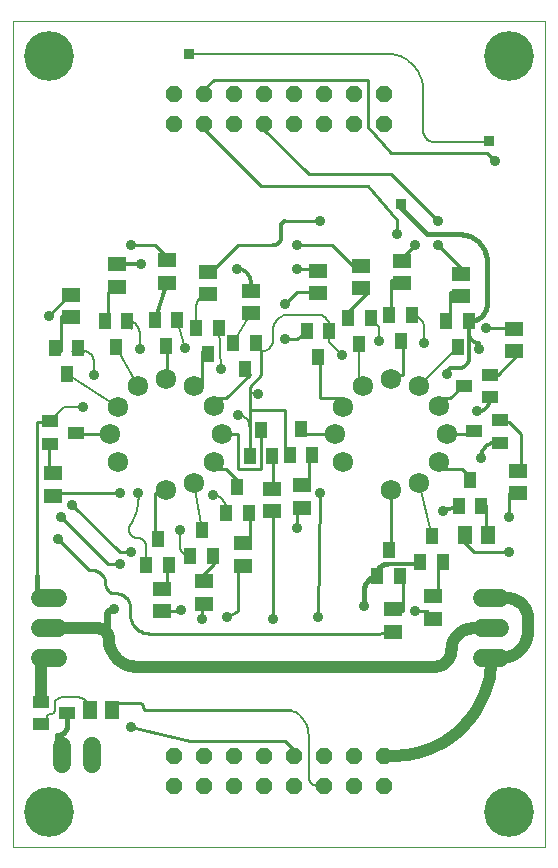
<source format=gbl>
G75*
G70*
%OFA0B0*%
%FSLAX24Y24*%
%IPPOS*%
%LPD*%
%AMOC8*
5,1,8,0,0,1.08239X$1,22.5*
%
%ADD10C,0.0000*%
%ADD11C,0.0679*%
%ADD12OC8,0.0560*%
%ADD13R,0.0551X0.0394*%
%ADD14R,0.0394X0.0551*%
%ADD15R,0.0630X0.0512*%
%ADD16R,0.0512X0.0630*%
%ADD17C,0.0600*%
%ADD18C,0.0100*%
%ADD19C,0.0079*%
%ADD20C,0.0120*%
%ADD21C,0.0360*%
%ADD22C,0.0356*%
%ADD23R,0.0356X0.0356*%
%ADD24C,0.0160*%
%ADD25C,0.1660*%
%ADD26C,0.0400*%
%ADD27C,0.0240*%
D10*
X000192Y000100D02*
X000192Y027659D01*
X017908Y027659D01*
X017908Y000100D01*
X000192Y000100D01*
D11*
X005294Y012004D03*
X006202Y012258D03*
X006889Y012954D03*
X007135Y013876D03*
X006881Y014798D03*
X006204Y015465D03*
X005286Y015720D03*
X004346Y015474D03*
X003679Y014790D03*
X003418Y013868D03*
X003668Y012946D03*
X010918Y013868D03*
X011168Y012946D03*
X011179Y014790D03*
X011846Y015474D03*
X012786Y015720D03*
X013704Y015465D03*
X014381Y014798D03*
X014635Y013876D03*
X014389Y012954D03*
X013702Y012258D03*
X012794Y012004D03*
D12*
X012534Y003151D03*
X012534Y002151D03*
X011534Y002151D03*
X011534Y003151D03*
X010534Y003151D03*
X010534Y002151D03*
X009534Y002151D03*
X009534Y003151D03*
X008534Y003151D03*
X008534Y002151D03*
X007534Y002151D03*
X007534Y003151D03*
X006534Y003151D03*
X006534Y002151D03*
X005534Y002151D03*
X005534Y003151D03*
X005534Y024222D03*
X005534Y025222D03*
X006534Y025222D03*
X006534Y024222D03*
X007534Y024222D03*
X007534Y025222D03*
X008534Y025222D03*
X008534Y024222D03*
X009534Y024222D03*
X009534Y025222D03*
X010534Y025222D03*
X010534Y024222D03*
X011534Y024222D03*
X011534Y025222D03*
X012534Y025222D03*
X012534Y024222D03*
D13*
X016070Y015848D03*
X016070Y015100D03*
X016424Y014340D03*
X016424Y013592D03*
X015558Y013966D03*
X015204Y015474D03*
X002267Y013927D03*
X001400Y014301D03*
X001400Y013553D03*
X001117Y004954D03*
X001117Y004206D03*
X001983Y004580D03*
D14*
X004625Y009498D03*
X004999Y010364D03*
X005373Y009498D03*
X006093Y009813D03*
X006467Y010679D03*
X006841Y009813D03*
X007286Y011230D03*
X007660Y012096D03*
X008034Y011230D03*
X008081Y013143D03*
X008456Y014009D03*
X008830Y013143D03*
X009404Y013191D03*
X009778Y014057D03*
X010152Y013191D03*
X010341Y016443D03*
X009967Y017309D03*
X010715Y017309D03*
X011357Y017742D03*
X011731Y016876D03*
X012105Y017742D03*
X012727Y017828D03*
X013101Y016962D03*
X013475Y017828D03*
X014629Y017631D03*
X015003Y016765D03*
X015377Y017631D03*
X015424Y012332D03*
X015050Y011466D03*
X015798Y011466D03*
X014507Y009608D03*
X014133Y010474D03*
X013759Y009608D03*
X013078Y009135D03*
X012330Y009135D03*
X012704Y010002D03*
X008274Y016899D03*
X007900Y016033D03*
X007526Y016899D03*
X007042Y017411D03*
X006668Y016545D03*
X006294Y017411D03*
X005652Y017687D03*
X005278Y016820D03*
X004904Y017687D03*
X003987Y017647D03*
X003613Y016781D03*
X003239Y017647D03*
X002341Y016734D03*
X001967Y015868D03*
X001593Y016734D03*
D15*
X002101Y017765D03*
X002101Y018513D03*
X003664Y018789D03*
X003664Y019537D03*
X005318Y019663D03*
X005318Y018915D03*
X006696Y019277D03*
X006696Y018529D03*
X008113Y018655D03*
X008113Y017907D03*
X010361Y018565D03*
X010361Y019313D03*
X011778Y019478D03*
X011778Y018730D03*
X013156Y018895D03*
X013156Y019643D03*
X015125Y019218D03*
X015125Y018470D03*
X016896Y017376D03*
X016896Y016628D03*
X017030Y012659D03*
X017030Y011911D03*
X014196Y008470D03*
X014196Y007722D03*
X012857Y008029D03*
X012857Y007281D03*
X009818Y011419D03*
X009818Y012167D03*
X008806Y012049D03*
X008806Y011301D03*
X007861Y010230D03*
X007861Y009482D03*
X006562Y008962D03*
X006562Y008214D03*
X005141Y007966D03*
X005141Y008714D03*
X001519Y011817D03*
X001519Y012565D03*
D16*
X002735Y004694D03*
X003483Y004694D03*
X015263Y010506D03*
X016011Y010506D03*
D17*
X015825Y008399D02*
X016425Y008399D01*
X016425Y007399D02*
X015825Y007399D01*
X015825Y006399D02*
X016425Y006399D01*
X002818Y003471D02*
X002818Y002871D01*
X001818Y002871D02*
X001818Y003471D01*
X001689Y006399D02*
X001089Y006399D01*
X001089Y007399D02*
X001689Y007399D01*
X001689Y008399D02*
X001089Y008399D01*
D18*
X000979Y009155D02*
X000979Y014273D01*
X001373Y014273D01*
X001400Y014301D01*
X001400Y013553D02*
X001373Y013486D01*
X001373Y012698D01*
X001519Y012565D01*
X001767Y011911D02*
X001519Y011817D01*
X001767Y011911D02*
X003735Y011911D01*
X004916Y011911D02*
X004916Y010336D01*
X004999Y010364D01*
X005310Y009549D02*
X005373Y009498D01*
X005310Y009549D02*
X005310Y008761D01*
X005141Y008714D01*
X005141Y007966D02*
X005735Y007966D01*
X005747Y007968D01*
X005759Y007972D01*
X005768Y007980D01*
X005776Y007990D01*
X005780Y008001D01*
X005782Y008013D01*
X006491Y007974D02*
X006491Y007698D01*
X006491Y007974D02*
X006562Y008214D01*
X006562Y008962D02*
X006491Y009155D01*
X006885Y009549D01*
X006841Y009813D01*
X007672Y009549D02*
X007861Y009482D01*
X007672Y009549D02*
X007672Y007974D01*
X007318Y007777D01*
X008853Y007698D02*
X008853Y011124D01*
X008806Y011301D01*
X008853Y011911D02*
X008806Y012049D01*
X008853Y011911D02*
X008853Y013092D01*
X008830Y013143D01*
X009247Y013092D02*
X009404Y013191D01*
X009247Y013092D02*
X009247Y014667D01*
X008066Y014667D01*
X008066Y013092D01*
X008081Y013143D01*
X008459Y012698D02*
X007672Y012698D01*
X007672Y013880D01*
X007278Y013880D01*
X007135Y013876D01*
X006889Y012954D02*
X006885Y012698D01*
X007278Y012698D01*
X007672Y012305D01*
X007660Y012096D01*
X008034Y011230D02*
X008066Y011124D01*
X008066Y010336D01*
X007861Y010230D01*
X009641Y010730D02*
X009641Y011517D01*
X009818Y011419D01*
X009818Y012167D02*
X010034Y012305D01*
X010034Y013092D01*
X010152Y013191D01*
X009641Y013880D02*
X009778Y014057D01*
X009641Y013880D02*
X010822Y013880D01*
X010918Y013868D01*
X011179Y014790D02*
X011215Y015061D01*
X010428Y015061D01*
X010428Y016242D01*
X010341Y016443D01*
X009641Y017029D02*
X010034Y017423D01*
X009967Y017309D01*
X009641Y017029D02*
X009247Y017029D01*
X008459Y016635D02*
X008459Y015848D01*
X008066Y015454D01*
X008066Y015257D01*
X008066Y014667D01*
X008456Y014009D02*
X008459Y013880D01*
X008459Y012698D01*
X006881Y014798D02*
X006885Y015061D01*
X007278Y015061D01*
X008066Y015848D01*
X007900Y016033D01*
X008459Y016635D02*
X008274Y016899D01*
X009247Y018210D02*
X009641Y018604D01*
X010428Y018604D01*
X010361Y018565D01*
X010361Y019313D02*
X010428Y019391D01*
X009641Y019391D01*
X009641Y020179D02*
X010822Y020179D01*
X011609Y019391D01*
X011778Y019478D01*
X011778Y018730D02*
X012003Y018604D01*
X011215Y017817D01*
X011357Y017742D01*
X012727Y017828D02*
X012790Y017817D01*
X012790Y018998D01*
X013184Y018998D01*
X013156Y018895D01*
X013156Y019643D02*
X013184Y019785D01*
X013578Y020179D01*
X012987Y020533D02*
X012987Y021006D01*
X012003Y022147D01*
X008459Y022147D01*
X006491Y024116D01*
X006534Y024222D01*
X006534Y025222D02*
X006491Y025297D01*
X006885Y025691D01*
X012003Y025691D01*
X012003Y024116D01*
X012790Y023250D01*
X015979Y023250D01*
X016255Y022974D01*
X014365Y020966D02*
X012790Y022541D01*
X010034Y022541D01*
X008459Y024116D01*
X008534Y024222D01*
X009247Y020966D02*
X010428Y020966D01*
X008853Y020179D02*
X007672Y020179D01*
X006885Y019391D01*
X006696Y019277D01*
X005318Y019663D02*
X005310Y019785D01*
X004916Y020179D01*
X004129Y020179D01*
X003664Y018789D02*
X003735Y018604D01*
X003341Y018604D01*
X003341Y017817D01*
X003239Y017647D01*
X003987Y017647D02*
X004129Y017423D01*
X005278Y016820D02*
X005310Y016635D01*
X005310Y015848D01*
X005286Y015720D01*
X006204Y015465D02*
X006491Y015454D01*
X006491Y016635D01*
X006668Y016545D01*
X005294Y012004D02*
X005310Y011911D01*
X004916Y011911D01*
X004129Y009943D02*
X003735Y009943D01*
X002160Y011517D01*
X001767Y011124D02*
X003341Y009549D01*
X003735Y009549D01*
X003263Y008880D02*
X003265Y008847D01*
X003270Y008815D01*
X003278Y008783D01*
X003290Y008752D01*
X003305Y008723D01*
X003323Y008695D01*
X003344Y008669D01*
X003367Y008646D01*
X003393Y008625D01*
X003421Y008607D01*
X003450Y008592D01*
X003481Y008580D01*
X003513Y008572D01*
X003545Y008567D01*
X003578Y008565D01*
X003617Y008565D01*
X003617Y008564D02*
X003658Y008562D01*
X003699Y008557D01*
X003739Y008548D01*
X003778Y008536D01*
X003816Y008520D01*
X003853Y008501D01*
X003888Y008479D01*
X003920Y008454D01*
X003951Y008426D01*
X003979Y008395D01*
X004004Y008363D01*
X004026Y008328D01*
X004045Y008291D01*
X004061Y008253D01*
X004073Y008214D01*
X004082Y008174D01*
X004087Y008133D01*
X004089Y008092D01*
X004089Y007856D01*
X004091Y007807D01*
X004097Y007757D01*
X004106Y007709D01*
X004120Y007661D01*
X004137Y007615D01*
X004158Y007570D01*
X004182Y007527D01*
X004209Y007486D01*
X004240Y007447D01*
X004274Y007411D01*
X004310Y007377D01*
X004349Y007346D01*
X004390Y007319D01*
X004433Y007295D01*
X004478Y007274D01*
X004524Y007257D01*
X004572Y007243D01*
X004620Y007234D01*
X004670Y007228D01*
X004719Y007226D01*
X012278Y007226D01*
X012857Y007281D01*
X012790Y007974D02*
X012857Y008029D01*
X012790Y007974D02*
X013184Y007974D01*
X013184Y009155D01*
X013078Y009135D01*
X012790Y009943D02*
X012704Y010002D01*
X012790Y009943D02*
X012790Y011911D01*
X012794Y012004D01*
X014365Y012698D02*
X014389Y012954D01*
X014365Y012698D02*
X015152Y012698D01*
X015546Y012305D01*
X015424Y012332D01*
X015798Y011466D02*
X015940Y011517D01*
X015940Y010730D01*
X016011Y010506D01*
X015546Y009943D02*
X016727Y009943D01*
X016727Y011124D02*
X016727Y011911D01*
X017030Y011911D01*
X017030Y012659D02*
X017121Y012698D01*
X017121Y013880D01*
X016727Y014273D01*
X016333Y014273D01*
X016424Y014340D01*
X015558Y013966D02*
X015546Y013880D01*
X014759Y013880D01*
X014635Y013876D01*
X014381Y014798D02*
X014365Y015061D01*
X014759Y015061D01*
X015152Y015454D01*
X015204Y015474D01*
X016070Y015848D02*
X016333Y015848D01*
X017121Y016635D01*
X016896Y016628D01*
X016896Y017376D02*
X016727Y017423D01*
X015940Y017423D01*
X015125Y018470D02*
X015152Y018604D01*
X014759Y018604D01*
X014759Y017817D01*
X014629Y017631D01*
X015125Y019218D02*
X015152Y019391D01*
X014365Y020179D01*
X013184Y017029D02*
X013101Y016962D01*
X013184Y017029D02*
X013184Y015848D01*
X012790Y015848D01*
X012786Y015720D01*
X010428Y011911D02*
X010349Y007777D01*
X009444Y004667D02*
X004641Y004667D01*
X004621Y004669D01*
X004601Y004674D01*
X004582Y004683D01*
X004565Y004695D01*
X004551Y004709D01*
X004539Y004726D01*
X004530Y004745D01*
X004525Y004765D01*
X004523Y004785D01*
X004522Y004785D02*
X004520Y004805D01*
X004515Y004825D01*
X004506Y004844D01*
X004494Y004861D01*
X004480Y004875D01*
X004463Y004887D01*
X004444Y004896D01*
X004424Y004901D01*
X004404Y004903D01*
X003617Y004903D01*
X003596Y004901D01*
X003576Y004896D01*
X003556Y004888D01*
X003538Y004877D01*
X003522Y004864D01*
X003509Y004848D01*
X003498Y004830D01*
X003490Y004810D01*
X003485Y004790D01*
X003483Y004769D01*
X003483Y004694D01*
X004129Y004116D02*
X006097Y003643D01*
X009247Y003643D01*
X009641Y003250D01*
X009534Y003151D01*
X013578Y007974D02*
X013971Y007974D01*
X014196Y007722D01*
X014365Y008368D02*
X014196Y008470D01*
X014365Y008368D02*
X014365Y009549D01*
X014507Y009608D01*
X015152Y010336D02*
X015263Y010506D01*
X015152Y010336D02*
X015546Y009943D01*
X003418Y013868D02*
X003341Y013880D01*
X002160Y013880D01*
X002267Y013927D01*
X002160Y016635D02*
X002341Y016734D01*
X002160Y016635D02*
X002554Y016635D01*
X001767Y016635D02*
X001593Y016734D01*
X001767Y016635D02*
X001767Y017817D01*
X002160Y017817D01*
X002101Y017765D01*
X002101Y018513D02*
X002160Y018604D01*
X001373Y017817D01*
X001688Y010376D02*
X002711Y009352D01*
X002790Y009352D01*
X002831Y009350D01*
X002872Y009345D01*
X002912Y009336D01*
X002951Y009324D01*
X002989Y009308D01*
X003026Y009289D01*
X003061Y009267D01*
X003093Y009242D01*
X003124Y009214D01*
X003152Y009183D01*
X003177Y009151D01*
X003199Y009116D01*
X003218Y009079D01*
X003234Y009041D01*
X003246Y009002D01*
X003255Y008962D01*
X003260Y008921D01*
X003262Y008880D01*
D19*
X004625Y010116D02*
X004623Y010149D01*
X004618Y010183D01*
X004608Y010215D01*
X004595Y010246D01*
X004579Y010275D01*
X004560Y010302D01*
X004537Y010327D01*
X004512Y010350D01*
X004485Y010369D01*
X004456Y010385D01*
X004425Y010398D01*
X004393Y010408D01*
X004359Y010413D01*
X004326Y010415D01*
X004294Y010417D01*
X004263Y010422D01*
X004233Y010431D01*
X004203Y010443D01*
X004176Y010459D01*
X004150Y010477D01*
X004126Y010498D01*
X004105Y010522D01*
X004087Y010548D01*
X004072Y010576D01*
X004060Y010605D01*
X004052Y010635D01*
X004047Y010667D01*
X004045Y010698D01*
X004047Y010730D01*
X004053Y010761D01*
X004062Y010791D01*
X004074Y010821D01*
X004090Y010848D01*
X004625Y010116D02*
X004625Y009498D01*
X005743Y010163D02*
X005743Y010691D01*
X005743Y010163D02*
X005745Y010126D01*
X005751Y010090D01*
X005760Y010055D01*
X005773Y010021D01*
X005790Y009988D01*
X005810Y009957D01*
X005833Y009929D01*
X005859Y009903D01*
X005887Y009880D01*
X005918Y009860D01*
X005951Y009843D01*
X005985Y009830D01*
X006020Y009821D01*
X006056Y009815D01*
X006093Y009813D01*
X006467Y010679D02*
X006202Y012258D01*
X006845Y011832D02*
X006886Y011830D01*
X006926Y011824D01*
X006966Y011815D01*
X007004Y011802D01*
X007042Y011786D01*
X007077Y011766D01*
X007111Y011743D01*
X007142Y011717D01*
X007171Y011688D01*
X007197Y011657D01*
X007220Y011623D01*
X007240Y011588D01*
X007256Y011550D01*
X007269Y011512D01*
X007278Y011472D01*
X007284Y011432D01*
X007286Y011391D01*
X007286Y011230D01*
X008066Y013092D02*
X008066Y014116D01*
X008064Y014155D01*
X008058Y014193D01*
X008049Y014230D01*
X008036Y014267D01*
X008019Y014302D01*
X008000Y014335D01*
X007977Y014366D01*
X007951Y014395D01*
X007922Y014421D01*
X007891Y014444D01*
X007858Y014463D01*
X007823Y014480D01*
X007786Y014493D01*
X007749Y014502D01*
X007711Y014508D01*
X007672Y014510D01*
X008066Y015257D02*
X008302Y015257D01*
X008312Y015256D01*
X008322Y015252D01*
X008330Y015246D01*
X008336Y015238D01*
X008340Y015228D01*
X008341Y015218D01*
X007121Y016045D02*
X007042Y017411D01*
X007526Y016899D02*
X008113Y017907D01*
X008853Y017029D02*
X008851Y016990D01*
X008845Y016952D01*
X008836Y016915D01*
X008823Y016878D01*
X008806Y016843D01*
X008787Y016810D01*
X008764Y016779D01*
X008738Y016750D01*
X008709Y016724D01*
X008678Y016701D01*
X008645Y016682D01*
X008610Y016665D01*
X008573Y016652D01*
X008536Y016643D01*
X008498Y016637D01*
X008459Y016635D01*
X008853Y017029D02*
X008853Y017344D01*
X008855Y017386D01*
X008860Y017428D01*
X008869Y017470D01*
X008881Y017510D01*
X008896Y017550D01*
X008915Y017588D01*
X008936Y017624D01*
X008961Y017658D01*
X008988Y017691D01*
X009018Y017721D01*
X009051Y017748D01*
X009085Y017773D01*
X009121Y017794D01*
X009159Y017813D01*
X009199Y017828D01*
X009239Y017840D01*
X009281Y017849D01*
X009323Y017854D01*
X009365Y017856D01*
X010349Y017856D01*
X010385Y017854D01*
X010420Y017849D01*
X010455Y017840D01*
X010489Y017828D01*
X010522Y017813D01*
X010552Y017794D01*
X010581Y017773D01*
X010608Y017749D01*
X010632Y017722D01*
X010653Y017693D01*
X010672Y017663D01*
X010687Y017630D01*
X010699Y017596D01*
X010708Y017561D01*
X010713Y017526D01*
X010715Y017490D01*
X010715Y017309D01*
X010715Y016939D01*
X011137Y016517D01*
X011731Y016876D02*
X011731Y015589D01*
X011733Y015569D01*
X011738Y015550D01*
X011746Y015532D01*
X011758Y015515D01*
X011772Y015501D01*
X011789Y015489D01*
X011807Y015481D01*
X011826Y015476D01*
X011846Y015474D01*
X012396Y016990D02*
X012396Y017450D01*
X012105Y017742D01*
X013475Y017828D02*
X013513Y017826D01*
X013552Y017821D01*
X013589Y017812D01*
X013626Y017800D01*
X013661Y017784D01*
X013695Y017766D01*
X013726Y017744D01*
X013756Y017719D01*
X013783Y017692D01*
X013808Y017662D01*
X013830Y017631D01*
X013848Y017597D01*
X013864Y017562D01*
X013876Y017525D01*
X013885Y017488D01*
X013890Y017449D01*
X013892Y017411D01*
X013893Y017411D02*
X013893Y016911D01*
X015003Y016765D02*
X013704Y015465D01*
X013702Y012258D02*
X014133Y010474D01*
X010034Y003840D02*
X010034Y002462D01*
X010036Y002429D01*
X010041Y002397D01*
X010049Y002366D01*
X010061Y002336D01*
X010076Y002307D01*
X010093Y002279D01*
X010114Y002254D01*
X010137Y002231D01*
X010162Y002210D01*
X010190Y002193D01*
X010219Y002178D01*
X010249Y002166D01*
X010280Y002158D01*
X010312Y002153D01*
X010345Y002151D01*
X010534Y002151D01*
X010034Y003840D02*
X010032Y003897D01*
X010027Y003954D01*
X010017Y004010D01*
X010004Y004066D01*
X009988Y004120D01*
X009968Y004174D01*
X009944Y004226D01*
X009917Y004276D01*
X009887Y004325D01*
X009854Y004371D01*
X009818Y004415D01*
X009779Y004457D01*
X009738Y004496D01*
X009694Y004532D01*
X009647Y004566D01*
X009599Y004596D01*
X009549Y004623D01*
X009497Y004647D01*
X009443Y004667D01*
X004090Y010848D02*
X004134Y010922D01*
X004176Y010997D01*
X004213Y011075D01*
X004246Y011154D01*
X004276Y011234D01*
X004302Y011316D01*
X004323Y011400D01*
X004341Y011484D01*
X004354Y011569D01*
X004363Y011654D01*
X004368Y011740D01*
X004369Y011826D01*
X004365Y011911D01*
X003679Y014790D02*
X001967Y015868D01*
X002554Y016635D02*
X002587Y016633D01*
X002619Y016628D01*
X002651Y016620D01*
X002682Y016608D01*
X002712Y016593D01*
X002739Y016575D01*
X002765Y016554D01*
X002788Y016531D01*
X002809Y016505D01*
X002827Y016478D01*
X002842Y016448D01*
X002854Y016417D01*
X002862Y016385D01*
X002867Y016353D01*
X002869Y016320D01*
X002869Y015848D01*
X002515Y014785D02*
X001885Y014785D01*
X001400Y014301D01*
X004346Y015474D02*
X003613Y016781D01*
X004404Y017230D02*
X004402Y017268D01*
X004397Y017307D01*
X004388Y017344D01*
X004376Y017381D01*
X004360Y017416D01*
X004342Y017450D01*
X004320Y017481D01*
X004295Y017511D01*
X004268Y017538D01*
X004238Y017563D01*
X004207Y017585D01*
X004173Y017603D01*
X004138Y017619D01*
X004101Y017631D01*
X004064Y017640D01*
X004025Y017645D01*
X003987Y017647D01*
X004404Y017230D02*
X004404Y016714D01*
X005900Y016754D02*
X005652Y017687D01*
X006294Y017411D02*
X006294Y018128D01*
X006296Y018165D01*
X006301Y018202D01*
X006309Y018238D01*
X006321Y018273D01*
X006336Y018307D01*
X006354Y018340D01*
X006375Y018370D01*
X006399Y018399D01*
X006425Y018425D01*
X006454Y018449D01*
X006484Y018470D01*
X006517Y018488D01*
X006551Y018503D01*
X006586Y018515D01*
X006622Y018523D01*
X006659Y018528D01*
X006696Y018530D01*
X006058Y026557D02*
X012633Y026557D01*
X012633Y026556D02*
X012701Y026554D01*
X012770Y026548D01*
X012837Y026539D01*
X012904Y026525D01*
X012971Y026508D01*
X013036Y026488D01*
X013100Y026463D01*
X013162Y026435D01*
X013223Y026404D01*
X013282Y026369D01*
X013339Y026331D01*
X013394Y026290D01*
X013446Y026246D01*
X013496Y026199D01*
X013543Y026149D01*
X013587Y026097D01*
X013628Y026042D01*
X013666Y025985D01*
X013701Y025926D01*
X013732Y025865D01*
X013760Y025803D01*
X013785Y025739D01*
X013805Y025674D01*
X013822Y025607D01*
X013836Y025540D01*
X013845Y025473D01*
X013851Y025404D01*
X013853Y025336D01*
X013853Y023998D01*
X013855Y023959D01*
X013861Y023921D01*
X013870Y023884D01*
X013883Y023847D01*
X013900Y023812D01*
X013919Y023779D01*
X013942Y023748D01*
X013968Y023719D01*
X013997Y023693D01*
X014028Y023670D01*
X014061Y023651D01*
X014096Y023634D01*
X014133Y023621D01*
X014170Y023612D01*
X014208Y023606D01*
X014247Y023604D01*
X016019Y023604D01*
X016029Y023605D01*
X016039Y023609D01*
X016047Y023615D01*
X016053Y023624D01*
X016057Y023633D01*
X016058Y023643D01*
X002330Y005100D02*
X001806Y005100D01*
X001778Y005098D01*
X001750Y005093D01*
X001722Y005085D01*
X001696Y005073D01*
X001672Y005058D01*
X001650Y005041D01*
X001629Y005020D01*
X001612Y004998D01*
X001597Y004974D01*
X001585Y004948D01*
X001577Y004920D01*
X001572Y004892D01*
X001570Y004864D01*
X001570Y004667D01*
X001568Y004647D01*
X001563Y004627D01*
X001554Y004608D01*
X001542Y004591D01*
X001528Y004577D01*
X001511Y004565D01*
X001492Y004556D01*
X001472Y004551D01*
X001452Y004549D01*
X001429Y004547D01*
X001406Y004542D01*
X001384Y004533D01*
X001364Y004520D01*
X001347Y004505D01*
X001332Y004487D01*
X001320Y004467D01*
X001311Y004446D01*
X001306Y004423D01*
X001304Y004399D01*
X001306Y004376D01*
X001312Y004353D01*
X001321Y004332D01*
X001334Y004312D01*
X001333Y004313D02*
X001345Y004294D01*
X001353Y004274D01*
X001357Y004253D01*
X001358Y004232D01*
X001355Y004210D01*
X001348Y004190D01*
X001337Y004171D01*
X001324Y004154D01*
X001308Y004140D01*
X001289Y004129D01*
X001269Y004121D01*
X001248Y004117D01*
X001226Y004116D01*
X001205Y004120D01*
X001185Y004127D01*
X001166Y004137D01*
X001149Y004151D01*
X001135Y004167D01*
X001124Y004186D01*
X001116Y004206D01*
X002330Y005100D02*
X002367Y005098D01*
X002405Y005093D01*
X002441Y005085D01*
X002477Y005073D01*
X002511Y005057D01*
X002544Y005039D01*
X002575Y005018D01*
X002604Y004994D01*
X002630Y004968D01*
X002654Y004939D01*
X002675Y004908D01*
X002693Y004875D01*
X002709Y004841D01*
X002721Y004805D01*
X002729Y004769D01*
X002734Y004731D01*
X002736Y004694D01*
D20*
X004904Y017687D02*
X005318Y018915D01*
X004444Y019549D02*
X003676Y019549D01*
X003671Y019548D01*
X003668Y019545D01*
X003665Y019542D01*
X003664Y019537D01*
X007633Y019391D02*
X007675Y019389D01*
X007716Y019384D01*
X007757Y019375D01*
X007797Y019362D01*
X007836Y019346D01*
X007873Y019327D01*
X007908Y019304D01*
X007942Y019279D01*
X007972Y019250D01*
X008001Y019220D01*
X008026Y019186D01*
X008049Y019151D01*
X008068Y019114D01*
X008084Y019075D01*
X008097Y019035D01*
X008106Y018994D01*
X008111Y018953D01*
X008113Y018911D01*
X008113Y018655D01*
X008853Y020178D02*
X008884Y020180D01*
X008914Y020185D01*
X008944Y020193D01*
X008973Y020205D01*
X009000Y020220D01*
X009025Y020238D01*
X009048Y020259D01*
X009069Y020282D01*
X009087Y020307D01*
X009102Y020334D01*
X009114Y020363D01*
X009122Y020393D01*
X009127Y020423D01*
X009129Y020454D01*
X009129Y020848D01*
X009131Y020868D01*
X009136Y020888D01*
X009145Y020907D01*
X009157Y020924D01*
X009171Y020938D01*
X009188Y020950D01*
X009207Y020959D01*
X009227Y020964D01*
X009247Y020966D01*
X014837Y016084D02*
X015074Y016084D01*
X015108Y016086D01*
X015141Y016092D01*
X015174Y016101D01*
X015205Y016114D01*
X015235Y016130D01*
X015263Y016150D01*
X015288Y016173D01*
X015311Y016198D01*
X015331Y016226D01*
X015347Y016256D01*
X015360Y016287D01*
X015369Y016320D01*
X015375Y016353D01*
X015377Y016387D01*
X015377Y017631D01*
X015377Y017238D01*
X015379Y017204D01*
X015384Y017170D01*
X015393Y017137D01*
X015405Y017105D01*
X015421Y017075D01*
X015439Y017046D01*
X015461Y017019D01*
X015485Y016995D01*
X015512Y016973D01*
X015541Y016955D01*
X015571Y016939D01*
X015603Y016927D01*
X015636Y016918D01*
X015670Y016913D01*
X015704Y016911D01*
X015704Y016714D01*
X014837Y016084D02*
X014811Y016082D01*
X014786Y016077D01*
X014762Y016069D01*
X014739Y016058D01*
X014717Y016043D01*
X014698Y016026D01*
X014681Y016007D01*
X014666Y015986D01*
X014655Y015962D01*
X014647Y015938D01*
X014642Y015913D01*
X014640Y015887D01*
X015664Y014627D02*
X015701Y014629D01*
X015739Y014634D01*
X015775Y014642D01*
X015811Y014654D01*
X015845Y014670D01*
X015878Y014688D01*
X015909Y014709D01*
X015938Y014733D01*
X015964Y014759D01*
X015988Y014788D01*
X016009Y014819D01*
X016027Y014852D01*
X016043Y014886D01*
X016055Y014922D01*
X016063Y014958D01*
X016068Y014996D01*
X016070Y015033D01*
X016070Y015100D01*
X016282Y013592D02*
X016424Y013592D01*
X016282Y013592D02*
X016238Y013590D01*
X016195Y013584D01*
X016153Y013575D01*
X016111Y013562D01*
X016071Y013545D01*
X016032Y013525D01*
X015995Y013502D01*
X015961Y013475D01*
X015928Y013446D01*
X015899Y013413D01*
X015872Y013379D01*
X015849Y013342D01*
X015829Y013303D01*
X015812Y013263D01*
X015799Y013221D01*
X015790Y013179D01*
X015784Y013136D01*
X015782Y013092D01*
X015050Y011466D02*
X014522Y011320D01*
X013759Y009549D02*
X012633Y009549D01*
D21*
X010428Y011911D03*
X009641Y010730D03*
X010349Y007777D03*
X008853Y007698D03*
X007318Y007777D03*
X006491Y007698D03*
X004129Y009943D03*
X003735Y009549D03*
X003735Y011911D03*
X002160Y011517D03*
X001767Y011124D03*
X001373Y017817D03*
X004129Y020179D03*
X009247Y018210D03*
X009247Y017029D03*
X009641Y019391D03*
X009641Y020179D03*
X010428Y020966D03*
X013578Y020179D03*
X014365Y020179D03*
X014365Y020966D03*
X016255Y022974D03*
X015940Y017423D03*
X016727Y011124D03*
X016727Y009943D03*
X004129Y004116D03*
D22*
X005782Y008013D03*
X005743Y010691D03*
X006845Y011832D03*
X007672Y014509D03*
X008341Y015218D03*
X007121Y016045D03*
X005900Y016754D03*
X004404Y016714D03*
X002869Y015848D03*
X002515Y014785D03*
X004365Y011911D03*
X003538Y008053D03*
X001688Y010376D03*
X007633Y019391D03*
X004444Y019549D03*
X011137Y016517D03*
X012396Y016990D03*
X013893Y016911D03*
X014641Y015887D03*
X015704Y016714D03*
X015664Y014628D03*
X015782Y013092D03*
X014522Y011320D03*
X013578Y007974D03*
X011885Y008131D03*
X012987Y020533D03*
D23*
X013105Y021557D03*
X016058Y023643D03*
X006058Y026557D03*
D24*
X013105Y021557D02*
X013105Y021399D01*
X013971Y020533D01*
X015074Y020533D01*
X015074Y020534D02*
X015133Y020532D01*
X015192Y020526D01*
X015251Y020517D01*
X015308Y020503D01*
X015365Y020486D01*
X015421Y020465D01*
X015475Y020441D01*
X015527Y020413D01*
X015577Y020381D01*
X015626Y020347D01*
X015671Y020309D01*
X015715Y020269D01*
X015755Y020225D01*
X015793Y020180D01*
X015827Y020131D01*
X015859Y020081D01*
X015887Y020029D01*
X015911Y019975D01*
X015932Y019919D01*
X015949Y019862D01*
X015963Y019805D01*
X015972Y019746D01*
X015978Y019687D01*
X015980Y019628D01*
X015979Y019628D02*
X015979Y018234D01*
X015977Y018187D01*
X015972Y018140D01*
X015962Y018093D01*
X015950Y018048D01*
X015933Y018004D01*
X015913Y017961D01*
X015890Y017919D01*
X015864Y017880D01*
X015835Y017843D01*
X015803Y017808D01*
X015768Y017776D01*
X015731Y017747D01*
X015692Y017721D01*
X015650Y017698D01*
X015607Y017678D01*
X015563Y017661D01*
X015518Y017649D01*
X015471Y017639D01*
X015424Y017634D01*
X015377Y017632D01*
X013759Y009608D02*
X013759Y009549D01*
X012633Y009549D02*
X012599Y009547D01*
X012566Y009541D01*
X012533Y009532D01*
X012502Y009519D01*
X012472Y009503D01*
X012444Y009483D01*
X012419Y009460D01*
X012396Y009435D01*
X012376Y009407D01*
X012360Y009377D01*
X012347Y009346D01*
X012338Y009313D01*
X012332Y009280D01*
X012330Y009246D01*
X012330Y009135D01*
X012330Y009136D02*
X012289Y009134D01*
X012248Y009128D01*
X012208Y009119D01*
X012169Y009106D01*
X012132Y009089D01*
X012096Y009069D01*
X012062Y009046D01*
X012030Y009020D01*
X012001Y008991D01*
X011975Y008959D01*
X011952Y008925D01*
X011932Y008889D01*
X011915Y008852D01*
X011902Y008813D01*
X011893Y008773D01*
X011887Y008732D01*
X011885Y008691D01*
X011885Y008131D01*
X001983Y004580D02*
X001983Y004175D01*
X001981Y004140D01*
X001976Y004105D01*
X001967Y004071D01*
X001954Y004039D01*
X001938Y004007D01*
X001919Y003978D01*
X001897Y003951D01*
X001872Y003926D01*
X001845Y003904D01*
X001815Y003885D01*
X001784Y003869D01*
X001752Y003856D01*
X001718Y003847D01*
X001683Y003842D01*
X001648Y003840D01*
X001648Y003289D01*
X001818Y003289D01*
X001818Y003171D01*
X001389Y008400D02*
X001351Y008402D01*
X001314Y008407D01*
X001277Y008416D01*
X001241Y008428D01*
X001207Y008443D01*
X001174Y008461D01*
X001143Y008483D01*
X001113Y008507D01*
X001087Y008533D01*
X001063Y008563D01*
X001041Y008594D01*
X001023Y008627D01*
X001008Y008661D01*
X000996Y008697D01*
X000987Y008734D01*
X000982Y008771D01*
X000980Y008809D01*
X000979Y008809D02*
X000979Y009155D01*
D25*
X001373Y001281D03*
X016727Y001281D03*
X016727Y026478D03*
X001373Y026478D03*
D26*
X001389Y007399D02*
X003011Y007399D01*
X003047Y007397D01*
X003083Y007392D01*
X003118Y007383D01*
X003153Y007371D01*
X003185Y007355D01*
X003217Y007337D01*
X003246Y007315D01*
X003273Y007291D01*
X003297Y007264D01*
X003319Y007235D01*
X003337Y007203D01*
X003353Y007171D01*
X003365Y007136D01*
X003374Y007101D01*
X003379Y007065D01*
X003381Y007029D01*
X003380Y007029D02*
X003382Y006970D01*
X003388Y006911D01*
X003397Y006852D01*
X003411Y006795D01*
X003428Y006738D01*
X003449Y006682D01*
X003473Y006628D01*
X003501Y006576D01*
X003533Y006526D01*
X003567Y006477D01*
X003605Y006432D01*
X003645Y006388D01*
X003689Y006348D01*
X003734Y006310D01*
X003783Y006276D01*
X003833Y006244D01*
X003885Y006216D01*
X003939Y006192D01*
X003995Y006171D01*
X004052Y006154D01*
X004109Y006140D01*
X004168Y006131D01*
X004227Y006125D01*
X004286Y006123D01*
X004286Y006124D02*
X014247Y006124D01*
X014293Y006126D01*
X014338Y006132D01*
X014382Y006141D01*
X014426Y006154D01*
X014468Y006170D01*
X014509Y006190D01*
X014548Y006214D01*
X014585Y006240D01*
X014620Y006270D01*
X014652Y006302D01*
X014682Y006337D01*
X014708Y006374D01*
X014732Y006413D01*
X014752Y006454D01*
X014768Y006496D01*
X014781Y006540D01*
X014790Y006584D01*
X014796Y006629D01*
X014798Y006675D01*
X014800Y006727D01*
X014805Y006778D01*
X014815Y006829D01*
X014827Y006879D01*
X014844Y006928D01*
X014863Y006976D01*
X014887Y007022D01*
X014913Y007066D01*
X014942Y007109D01*
X014975Y007149D01*
X015010Y007187D01*
X015048Y007222D01*
X015088Y007255D01*
X015131Y007284D01*
X015175Y007310D01*
X015221Y007334D01*
X015269Y007353D01*
X015318Y007370D01*
X015368Y007382D01*
X015419Y007392D01*
X015470Y007397D01*
X015522Y007399D01*
X016125Y007399D01*
X016412Y006399D02*
X016471Y006401D01*
X016530Y006406D01*
X016589Y006416D01*
X016647Y006429D01*
X016704Y006445D01*
X016760Y006465D01*
X016814Y006489D01*
X016867Y006516D01*
X016918Y006546D01*
X016967Y006579D01*
X017014Y006616D01*
X017059Y006655D01*
X017101Y006697D01*
X017140Y006742D01*
X017177Y006789D01*
X017210Y006838D01*
X017240Y006889D01*
X017267Y006942D01*
X017291Y006996D01*
X017311Y007052D01*
X017327Y007109D01*
X017340Y007167D01*
X017350Y007226D01*
X017355Y007285D01*
X017357Y007344D01*
X017357Y007698D01*
X017355Y007749D01*
X017350Y007799D01*
X017341Y007849D01*
X017328Y007898D01*
X017312Y007946D01*
X017293Y007993D01*
X017270Y008038D01*
X017244Y008081D01*
X017216Y008123D01*
X017184Y008162D01*
X017149Y008199D01*
X017112Y008234D01*
X017073Y008266D01*
X017031Y008294D01*
X016988Y008320D01*
X016943Y008343D01*
X016896Y008362D01*
X016848Y008378D01*
X016799Y008391D01*
X016749Y008400D01*
X016699Y008405D01*
X016648Y008407D01*
X016133Y008407D01*
X016129Y008406D01*
X016126Y008403D01*
X016125Y008399D01*
X016125Y006399D02*
X016412Y006399D01*
X016125Y006399D02*
X016121Y006244D01*
X016110Y006090D01*
X016092Y005937D01*
X016066Y005784D01*
X016033Y005633D01*
X015993Y005484D01*
X015946Y005337D01*
X015892Y005192D01*
X015831Y005050D01*
X015764Y004911D01*
X015690Y004775D01*
X015609Y004643D01*
X015523Y004515D01*
X015430Y004391D01*
X015332Y004272D01*
X015228Y004158D01*
X015118Y004048D01*
X015004Y003944D01*
X014885Y003846D01*
X014761Y003753D01*
X014633Y003667D01*
X014501Y003586D01*
X014365Y003512D01*
X014226Y003445D01*
X014084Y003384D01*
X013939Y003330D01*
X013792Y003283D01*
X013643Y003243D01*
X013492Y003210D01*
X013339Y003184D01*
X013186Y003166D01*
X013032Y003155D01*
X012877Y003151D01*
X012534Y003151D01*
X001389Y006400D02*
X001359Y006398D01*
X001328Y006393D01*
X001299Y006385D01*
X001271Y006373D01*
X001244Y006358D01*
X001219Y006341D01*
X001197Y006320D01*
X001176Y006298D01*
X001159Y006273D01*
X001144Y006246D01*
X001132Y006218D01*
X001124Y006189D01*
X001119Y006158D01*
X001117Y006128D01*
X001117Y004954D01*
D27*
X003011Y007399D02*
X003247Y007399D01*
X003259Y007398D01*
X003271Y007394D01*
X003281Y007387D01*
X003290Y007378D01*
X003297Y007368D01*
X003301Y007356D01*
X003302Y007344D01*
X003302Y007817D01*
X003304Y007845D01*
X003309Y007873D01*
X003317Y007901D01*
X003329Y007927D01*
X003344Y007951D01*
X003361Y007973D01*
X003382Y007994D01*
X003404Y008011D01*
X003428Y008026D01*
X003454Y008038D01*
X003482Y008046D01*
X003510Y008051D01*
X003538Y008053D01*
M02*

</source>
